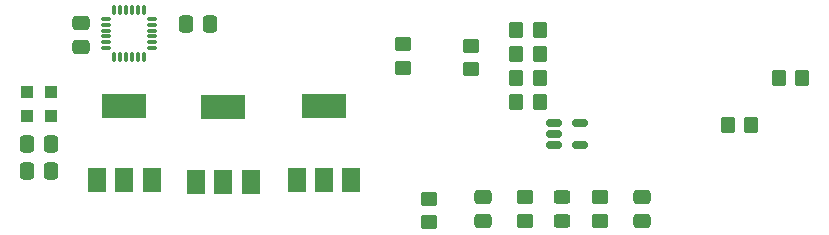
<source format=gbr>
%TF.GenerationSoftware,KiCad,Pcbnew,(6.0.6-0)*%
%TF.CreationDate,2023-07-30T17:28:14+02:00*%
%TF.ProjectId,SR23_T04_Avionics_V1-0-0,53523233-5f54-4303-945f-4176696f6e69,rev?*%
%TF.SameCoordinates,Original*%
%TF.FileFunction,Paste,Bot*%
%TF.FilePolarity,Positive*%
%FSLAX46Y46*%
G04 Gerber Fmt 4.6, Leading zero omitted, Abs format (unit mm)*
G04 Created by KiCad (PCBNEW (6.0.6-0)) date 2023-07-30 17:28:14*
%MOMM*%
%LPD*%
G01*
G04 APERTURE LIST*
G04 Aperture macros list*
%AMRoundRect*
0 Rectangle with rounded corners*
0 $1 Rounding radius*
0 $2 $3 $4 $5 $6 $7 $8 $9 X,Y pos of 4 corners*
0 Add a 4 corners polygon primitive as box body*
4,1,4,$2,$3,$4,$5,$6,$7,$8,$9,$2,$3,0*
0 Add four circle primitives for the rounded corners*
1,1,$1+$1,$2,$3*
1,1,$1+$1,$4,$5*
1,1,$1+$1,$6,$7*
1,1,$1+$1,$8,$9*
0 Add four rect primitives between the rounded corners*
20,1,$1+$1,$2,$3,$4,$5,0*
20,1,$1+$1,$4,$5,$6,$7,0*
20,1,$1+$1,$6,$7,$8,$9,0*
20,1,$1+$1,$8,$9,$2,$3,0*%
G04 Aperture macros list end*
%ADD10RoundRect,0.250000X0.350000X0.450000X-0.350000X0.450000X-0.350000X-0.450000X0.350000X-0.450000X0*%
%ADD11R,1.000000X1.000000*%
%ADD12RoundRect,0.250000X-0.350000X-0.450000X0.350000X-0.450000X0.350000X0.450000X-0.350000X0.450000X0*%
%ADD13RoundRect,0.250000X0.450000X-0.350000X0.450000X0.350000X-0.450000X0.350000X-0.450000X-0.350000X0*%
%ADD14RoundRect,0.250000X0.475000X-0.337500X0.475000X0.337500X-0.475000X0.337500X-0.475000X-0.337500X0*%
%ADD15R,1.500000X2.000000*%
%ADD16R,3.800000X2.000000*%
%ADD17RoundRect,0.075000X0.075000X-0.350000X0.075000X0.350000X-0.075000X0.350000X-0.075000X-0.350000X0*%
%ADD18RoundRect,0.075000X-0.350000X-0.075000X0.350000X-0.075000X0.350000X0.075000X-0.350000X0.075000X0*%
%ADD19RoundRect,0.250000X-0.337500X-0.475000X0.337500X-0.475000X0.337500X0.475000X-0.337500X0.475000X0*%
%ADD20RoundRect,0.150000X-0.512500X-0.150000X0.512500X-0.150000X0.512500X0.150000X-0.512500X0.150000X0*%
%ADD21RoundRect,0.250000X-0.475000X0.337500X-0.475000X-0.337500X0.475000X-0.337500X0.475000X0.337500X0*%
%ADD22RoundRect,0.250000X0.450000X-0.325000X0.450000X0.325000X-0.450000X0.325000X-0.450000X-0.325000X0*%
G04 APERTURE END LIST*
D10*
%TO.C,R9*%
X163433000Y-98679000D03*
X161433000Y-98679000D03*
%TD*%
%TO.C,R3*%
X145526000Y-94742000D03*
X143526000Y-94742000D03*
%TD*%
D11*
%TO.C,U2*%
X104124000Y-97901000D03*
X104124000Y-95901000D03*
X102124000Y-95901000D03*
X102124000Y-97901000D03*
%TD*%
D12*
%TO.C,R8*%
X143526000Y-90678000D03*
X145526000Y-90678000D03*
%TD*%
D13*
%TO.C,R1*%
X150622000Y-106791000D03*
X150622000Y-104791000D03*
%TD*%
%TO.C,R5*%
X139700000Y-93964000D03*
X139700000Y-91964000D03*
%TD*%
%TO.C,R6*%
X133985000Y-93837000D03*
X133985000Y-91837000D03*
%TD*%
D14*
%TO.C,C4*%
X140716000Y-106828500D03*
X140716000Y-104753500D03*
%TD*%
D15*
%TO.C,Q3*%
X129554000Y-103353000D03*
X127254000Y-103353000D03*
X124954000Y-103353000D03*
D16*
X127254000Y-97053000D03*
%TD*%
D17*
%TO.C,U3*%
X111994000Y-92882000D03*
X111494000Y-92882000D03*
X110994000Y-92882000D03*
X110494000Y-92882000D03*
X109994000Y-92882000D03*
X109494000Y-92882000D03*
D18*
X108794000Y-92182000D03*
X108794000Y-91682000D03*
X108794000Y-91182000D03*
X108794000Y-90682000D03*
X108794000Y-90182000D03*
X108794000Y-89682000D03*
D17*
X109494000Y-88982000D03*
X109994000Y-88982000D03*
X110494000Y-88982000D03*
X110994000Y-88982000D03*
X111494000Y-88982000D03*
X111994000Y-88982000D03*
D18*
X112694000Y-89682000D03*
X112694000Y-90182000D03*
X112694000Y-90682000D03*
X112694000Y-91182000D03*
X112694000Y-91682000D03*
X112694000Y-92182000D03*
%TD*%
D15*
%TO.C,Q2*%
X121045000Y-103480000D03*
X118745000Y-103480000D03*
X116445000Y-103480000D03*
D16*
X118745000Y-97180000D03*
%TD*%
D13*
%TO.C,R2*%
X144272000Y-106791000D03*
X144272000Y-104791000D03*
%TD*%
D19*
%TO.C,C5*%
X117623500Y-90170000D03*
X115548500Y-90170000D03*
%TD*%
D12*
%TO.C,R7*%
X143526000Y-92710000D03*
X145526000Y-92710000D03*
%TD*%
D20*
%TO.C,U1*%
X146690500Y-100391000D03*
X146690500Y-99441000D03*
X146690500Y-98491000D03*
X148965500Y-98491000D03*
X148965500Y-100391000D03*
%TD*%
D12*
%TO.C,R10*%
X165751000Y-94742000D03*
X167751000Y-94742000D03*
%TD*%
D13*
%TO.C,R11*%
X136144000Y-106918000D03*
X136144000Y-104918000D03*
%TD*%
D21*
%TO.C,C1*%
X154178000Y-104753500D03*
X154178000Y-106828500D03*
%TD*%
D15*
%TO.C,Q1*%
X112663000Y-103353000D03*
X110363000Y-103353000D03*
X108063000Y-103353000D03*
D16*
X110363000Y-97053000D03*
%TD*%
D12*
%TO.C,R4*%
X143526000Y-96774000D03*
X145526000Y-96774000D03*
%TD*%
D14*
%TO.C,C6*%
X106680000Y-92096500D03*
X106680000Y-90021500D03*
%TD*%
D19*
%TO.C,C2*%
X102086500Y-100330000D03*
X104161500Y-100330000D03*
%TD*%
D22*
%TO.C,D1*%
X147447000Y-106816000D03*
X147447000Y-104766000D03*
%TD*%
D19*
%TO.C,C3*%
X102086500Y-102616000D03*
X104161500Y-102616000D03*
%TD*%
M02*

</source>
